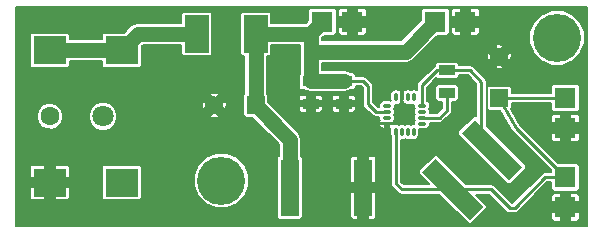
<source format=gtl>
G04 (created by PCBNEW (2013-07-07 BZR 4022)-stable) date 8/25/2014 11:10:48 PM*
%MOIN*%
G04 Gerber Fmt 3.4, Leading zero omitted, Abs format*
%FSLAX34Y34*%
G01*
G70*
G90*
G04 APERTURE LIST*
%ADD10C,0.00590551*%
%ADD11C,0.0590551*%
%ADD12R,0.0590551X0.0590551*%
%ADD13R,0.110236X0.0944882*%
%ADD14C,0.0629921*%
%ADD15C,0.0708661*%
%ADD16C,0.16*%
%ADD17R,0.0708661X0.0708661*%
%ADD18R,0.055X0.035*%
%ADD19O,0.011811X0.0295276*%
%ADD20O,0.0295276X0.011811*%
%ADD21R,0.0787402X0.125197*%
%ADD22R,0.0629921X0.188976*%
%ADD23C,0.035*%
%ADD24C,0.05*%
%ADD25C,0.01*%
%ADD26C,0.008*%
G04 APERTURE END LIST*
G54D10*
G54D11*
X82038Y-26854D03*
G54D12*
X83415Y-26854D03*
G54D13*
X78959Y-25019D03*
X76558Y-25019D03*
X76558Y-29428D03*
X78959Y-29428D03*
G54D14*
X76558Y-27224D03*
G54D15*
X78329Y-27224D03*
G54D11*
X91535Y-25236D03*
G54D12*
X91535Y-26614D03*
G54D16*
X93464Y-24606D03*
X82274Y-29360D03*
G54D17*
X93740Y-26614D03*
X93740Y-27614D03*
X93740Y-29251D03*
X93740Y-30251D03*
X85643Y-24067D03*
X86643Y-24067D03*
X89413Y-24067D03*
X90413Y-24067D03*
G54D18*
X89803Y-26437D03*
X89803Y-25687D03*
X85254Y-26049D03*
X85254Y-26799D03*
X86356Y-26049D03*
X86356Y-26799D03*
G54D17*
X88385Y-27165D03*
G54D19*
X88090Y-26584D03*
X88287Y-26584D03*
X88484Y-26584D03*
X88681Y-26584D03*
X88090Y-27746D03*
X88287Y-27746D03*
X88484Y-27746D03*
X88681Y-27746D03*
G54D20*
X88966Y-27460D03*
X88966Y-27263D03*
X88966Y-27066D03*
X88966Y-26870D03*
X87805Y-27460D03*
X87805Y-27263D03*
X87805Y-27066D03*
X87805Y-26870D03*
G54D10*
G36*
X90559Y-30674D02*
X88973Y-29087D01*
X89418Y-28642D01*
X91005Y-30229D01*
X90559Y-30674D01*
X90559Y-30674D01*
G37*
G36*
X91868Y-29366D02*
X90281Y-27779D01*
X90726Y-27333D01*
X92313Y-28920D01*
X91868Y-29366D01*
X91868Y-29366D01*
G37*
G54D21*
X81453Y-24475D03*
X83422Y-24475D03*
G54D22*
X86998Y-29595D03*
X84557Y-29595D03*
G54D23*
X84325Y-25470D03*
X87695Y-25835D03*
X87920Y-24125D03*
X82475Y-24435D03*
X77735Y-23955D03*
X85870Y-28195D03*
X77750Y-29410D03*
X79900Y-27210D03*
X89650Y-28010D03*
G54D24*
X85254Y-25060D02*
X88420Y-25060D01*
X88420Y-25060D02*
X89413Y-24067D01*
X83422Y-24475D02*
X85234Y-24475D01*
X85234Y-24475D02*
X85643Y-24067D01*
X84557Y-29595D02*
X84557Y-27995D01*
X84557Y-27995D02*
X83415Y-26854D01*
X85254Y-26049D02*
X85254Y-25060D01*
X85254Y-25060D02*
X85254Y-24455D01*
X85254Y-24455D02*
X85643Y-24067D01*
X83415Y-26854D02*
X83415Y-24481D01*
X83415Y-24481D02*
X83422Y-24475D01*
G54D25*
X87805Y-27066D02*
X87421Y-27066D01*
X86994Y-26049D02*
X86356Y-26049D01*
X87165Y-26220D02*
X86994Y-26049D01*
X87165Y-26811D02*
X87165Y-26220D01*
X87421Y-27066D02*
X87165Y-26811D01*
G54D24*
X85254Y-26049D02*
X86356Y-26049D01*
G54D25*
X93740Y-26614D02*
X92598Y-26614D01*
X92598Y-26614D02*
X91535Y-26614D01*
X89989Y-29658D02*
X91272Y-29658D01*
X93070Y-29251D02*
X93740Y-29251D01*
X92047Y-30275D02*
X93070Y-29251D01*
X91889Y-30275D02*
X92047Y-30275D01*
X91272Y-29658D02*
X91889Y-30275D01*
X91535Y-26614D02*
X92086Y-27598D01*
X92086Y-27598D02*
X93740Y-29251D01*
X88090Y-27746D02*
X88090Y-29468D01*
X88280Y-29658D02*
X89989Y-29658D01*
X88090Y-29468D02*
X88280Y-29658D01*
X88966Y-27263D02*
X89547Y-27263D01*
X89803Y-27007D02*
X89803Y-26437D01*
X89547Y-27263D02*
X89803Y-27007D01*
X89803Y-25687D02*
X90569Y-25687D01*
X90944Y-27997D02*
X91297Y-28349D01*
X90944Y-26062D02*
X90944Y-27997D01*
X90569Y-25687D02*
X90944Y-26062D01*
X88966Y-26870D02*
X88966Y-26190D01*
X89469Y-25687D02*
X89803Y-25687D01*
X88966Y-26190D02*
X89469Y-25687D01*
G54D24*
X76558Y-25019D02*
X78959Y-25019D01*
X78959Y-25019D02*
X79503Y-24475D01*
X79503Y-24475D02*
X81453Y-24475D01*
G54D10*
G36*
X94466Y-30883D02*
X94384Y-30883D01*
X94384Y-24424D01*
X94244Y-24085D01*
X93986Y-23826D01*
X93648Y-23686D01*
X93282Y-23686D01*
X92944Y-23825D01*
X92685Y-24084D01*
X92544Y-24422D01*
X92544Y-24788D01*
X92684Y-25126D01*
X92942Y-25385D01*
X93280Y-25526D01*
X93646Y-25526D01*
X93985Y-25386D01*
X94244Y-25128D01*
X94384Y-24790D01*
X94384Y-24424D01*
X94384Y-30883D01*
X94214Y-30883D01*
X94214Y-30582D01*
X94214Y-29921D01*
X94214Y-29582D01*
X94214Y-28873D01*
X94214Y-27944D01*
X94214Y-27283D01*
X94214Y-27235D01*
X94196Y-27191D01*
X94162Y-27158D01*
X94118Y-27139D01*
X93930Y-27139D01*
X93900Y-27169D01*
X93900Y-27454D01*
X94184Y-27454D01*
X94214Y-27424D01*
X94214Y-27283D01*
X94214Y-27944D01*
X94214Y-27804D01*
X94184Y-27774D01*
X93900Y-27774D01*
X93900Y-28058D01*
X93930Y-28088D01*
X94118Y-28088D01*
X94162Y-28070D01*
X94196Y-28036D01*
X94214Y-27992D01*
X94214Y-27944D01*
X94214Y-28873D01*
X94196Y-28829D01*
X94162Y-28795D01*
X94118Y-28777D01*
X94070Y-28777D01*
X93580Y-28777D01*
X93580Y-28058D01*
X93580Y-27774D01*
X93580Y-27454D01*
X93580Y-27169D01*
X93550Y-27139D01*
X93362Y-27139D01*
X93317Y-27158D01*
X93284Y-27191D01*
X93265Y-27235D01*
X93265Y-27283D01*
X93265Y-27424D01*
X93295Y-27454D01*
X93580Y-27454D01*
X93580Y-27774D01*
X93295Y-27774D01*
X93265Y-27804D01*
X93265Y-27944D01*
X93265Y-27992D01*
X93284Y-28036D01*
X93317Y-28070D01*
X93362Y-28088D01*
X93550Y-28088D01*
X93580Y-28058D01*
X93580Y-28777D01*
X93506Y-28777D01*
X92221Y-27492D01*
X91932Y-26976D01*
X91950Y-26933D01*
X91950Y-26885D01*
X91950Y-26784D01*
X92598Y-26784D01*
X93265Y-26784D01*
X93265Y-26992D01*
X93284Y-27036D01*
X93317Y-27070D01*
X93361Y-27088D01*
X93409Y-27088D01*
X94118Y-27088D01*
X94162Y-27070D01*
X94196Y-27036D01*
X94214Y-26992D01*
X94214Y-26944D01*
X94214Y-26236D01*
X94196Y-26191D01*
X94162Y-26158D01*
X94118Y-26139D01*
X94070Y-26139D01*
X93362Y-26139D01*
X93317Y-26158D01*
X93284Y-26191D01*
X93265Y-26235D01*
X93265Y-26283D01*
X93265Y-26444D01*
X92598Y-26444D01*
X91955Y-26444D01*
X91955Y-25185D01*
X91943Y-25122D01*
X91897Y-25082D01*
X91744Y-25236D01*
X91897Y-25389D01*
X91943Y-25350D01*
X91955Y-25185D01*
X91955Y-26444D01*
X91950Y-26444D01*
X91950Y-26295D01*
X91932Y-26251D01*
X91898Y-26217D01*
X91854Y-26198D01*
X91806Y-26198D01*
X91688Y-26198D01*
X91688Y-25598D01*
X91688Y-24873D01*
X91649Y-24828D01*
X91484Y-24815D01*
X91421Y-24828D01*
X91381Y-24873D01*
X91535Y-25027D01*
X91688Y-24873D01*
X91688Y-25598D01*
X91535Y-25445D01*
X91381Y-25598D01*
X91421Y-25644D01*
X91586Y-25656D01*
X91649Y-25644D01*
X91688Y-25598D01*
X91688Y-26198D01*
X91326Y-26198D01*
X91326Y-25236D01*
X91173Y-25082D01*
X91127Y-25122D01*
X91115Y-25287D01*
X91127Y-25350D01*
X91173Y-25389D01*
X91326Y-25236D01*
X91326Y-26198D01*
X91216Y-26198D01*
X91172Y-26217D01*
X91138Y-26250D01*
X91120Y-26294D01*
X91120Y-26342D01*
X91120Y-26933D01*
X91138Y-26977D01*
X91172Y-27011D01*
X91216Y-27029D01*
X91263Y-27029D01*
X91572Y-27029D01*
X91937Y-27681D01*
X91957Y-27705D01*
X91966Y-27718D01*
X93265Y-29018D01*
X93265Y-29081D01*
X93070Y-29081D01*
X93005Y-29094D01*
X92950Y-29131D01*
X91976Y-30105D01*
X91960Y-30105D01*
X91392Y-29538D01*
X91337Y-29501D01*
X91272Y-29488D01*
X90434Y-29488D01*
X89486Y-28540D01*
X89442Y-28522D01*
X89394Y-28522D01*
X89350Y-28540D01*
X89316Y-28574D01*
X88871Y-29019D01*
X88853Y-29063D01*
X88853Y-29111D01*
X88871Y-29155D01*
X88904Y-29189D01*
X89203Y-29488D01*
X88350Y-29488D01*
X88260Y-29398D01*
X88260Y-28013D01*
X88287Y-28018D01*
X88355Y-28005D01*
X88385Y-27985D01*
X88415Y-28005D01*
X88484Y-28018D01*
X88552Y-28005D01*
X88582Y-27985D01*
X88612Y-28005D01*
X88681Y-28018D01*
X88749Y-28005D01*
X88807Y-27966D01*
X88846Y-27908D01*
X88860Y-27839D01*
X88860Y-27652D01*
X88857Y-27636D01*
X88872Y-27639D01*
X89060Y-27639D01*
X89128Y-27626D01*
X89186Y-27587D01*
X89225Y-27529D01*
X89239Y-27460D01*
X89234Y-27433D01*
X89547Y-27433D01*
X89612Y-27420D01*
X89612Y-27420D01*
X89667Y-27383D01*
X89923Y-27128D01*
X89923Y-27128D01*
X89923Y-27128D01*
X89960Y-27072D01*
X89973Y-27007D01*
X89973Y-27007D01*
X89973Y-27007D01*
X89973Y-26733D01*
X90101Y-26733D01*
X90146Y-26714D01*
X90179Y-26681D01*
X90198Y-26636D01*
X90198Y-26589D01*
X90198Y-26239D01*
X90179Y-26195D01*
X90146Y-26161D01*
X90102Y-26143D01*
X90054Y-26142D01*
X89504Y-26142D01*
X89460Y-26161D01*
X89426Y-26194D01*
X89408Y-26239D01*
X89408Y-26286D01*
X89408Y-26636D01*
X89426Y-26680D01*
X89460Y-26714D01*
X89504Y-26732D01*
X89551Y-26733D01*
X89633Y-26733D01*
X89633Y-26937D01*
X89476Y-27093D01*
X89234Y-27093D01*
X89239Y-27066D01*
X89225Y-26998D01*
X89205Y-26968D01*
X89225Y-26938D01*
X89239Y-26870D01*
X89225Y-26801D01*
X89186Y-26743D01*
X89136Y-26709D01*
X89136Y-26261D01*
X89446Y-25951D01*
X89460Y-25964D01*
X89504Y-25982D01*
X89551Y-25983D01*
X90101Y-25983D01*
X90146Y-25964D01*
X90179Y-25931D01*
X90198Y-25886D01*
X90198Y-25857D01*
X90499Y-25857D01*
X90774Y-26133D01*
X90774Y-27223D01*
X90750Y-27213D01*
X90703Y-27213D01*
X90658Y-27232D01*
X90625Y-27265D01*
X90179Y-27711D01*
X90161Y-27755D01*
X90161Y-27803D01*
X90179Y-27847D01*
X90213Y-27880D01*
X91800Y-29467D01*
X91844Y-29486D01*
X91892Y-29486D01*
X91936Y-29467D01*
X91969Y-29434D01*
X92415Y-28988D01*
X92433Y-28944D01*
X92433Y-28896D01*
X92415Y-28852D01*
X92381Y-28818D01*
X91114Y-27552D01*
X91114Y-26062D01*
X91101Y-25997D01*
X91065Y-25942D01*
X91065Y-25942D01*
X90887Y-25765D01*
X90887Y-24445D01*
X90887Y-23688D01*
X90869Y-23644D01*
X90835Y-23610D01*
X90791Y-23592D01*
X90743Y-23592D01*
X90603Y-23592D01*
X90573Y-23622D01*
X90573Y-23907D01*
X90857Y-23907D01*
X90887Y-23877D01*
X90887Y-23688D01*
X90887Y-24445D01*
X90887Y-24257D01*
X90857Y-24227D01*
X90573Y-24227D01*
X90573Y-24511D01*
X90603Y-24541D01*
X90743Y-24541D01*
X90791Y-24541D01*
X90835Y-24523D01*
X90869Y-24489D01*
X90887Y-24445D01*
X90887Y-25765D01*
X90690Y-25567D01*
X90634Y-25530D01*
X90569Y-25517D01*
X90253Y-25517D01*
X90253Y-24511D01*
X90253Y-24227D01*
X90253Y-23907D01*
X90253Y-23622D01*
X90223Y-23592D01*
X90082Y-23592D01*
X90034Y-23592D01*
X89990Y-23610D01*
X89956Y-23644D01*
X89938Y-23688D01*
X89938Y-23877D01*
X89968Y-23907D01*
X90253Y-23907D01*
X90253Y-24227D01*
X89968Y-24227D01*
X89938Y-24257D01*
X89938Y-24445D01*
X89956Y-24489D01*
X89990Y-24523D01*
X90034Y-24541D01*
X90082Y-24541D01*
X90223Y-24541D01*
X90253Y-24511D01*
X90253Y-25517D01*
X90198Y-25517D01*
X90198Y-25489D01*
X90179Y-25445D01*
X90146Y-25411D01*
X90102Y-25393D01*
X90054Y-25392D01*
X89887Y-25392D01*
X89887Y-24397D01*
X89887Y-23688D01*
X89869Y-23644D01*
X89835Y-23610D01*
X89791Y-23592D01*
X89743Y-23592D01*
X89034Y-23592D01*
X88990Y-23610D01*
X88956Y-23644D01*
X88938Y-23688D01*
X88938Y-23736D01*
X88938Y-24018D01*
X88266Y-24690D01*
X87117Y-24690D01*
X87117Y-24445D01*
X87117Y-23688D01*
X87099Y-23644D01*
X87065Y-23610D01*
X87021Y-23592D01*
X86973Y-23592D01*
X86833Y-23592D01*
X86803Y-23622D01*
X86803Y-23907D01*
X87087Y-23907D01*
X87117Y-23877D01*
X87117Y-23688D01*
X87117Y-24445D01*
X87117Y-24257D01*
X87087Y-24227D01*
X86803Y-24227D01*
X86803Y-24511D01*
X86833Y-24541D01*
X86973Y-24541D01*
X87021Y-24541D01*
X87065Y-24523D01*
X87099Y-24489D01*
X87117Y-24445D01*
X87117Y-24690D01*
X86483Y-24690D01*
X86483Y-24511D01*
X86483Y-24227D01*
X86483Y-23907D01*
X86483Y-23622D01*
X86453Y-23592D01*
X86312Y-23592D01*
X86264Y-23592D01*
X86220Y-23610D01*
X86186Y-23644D01*
X86168Y-23688D01*
X86168Y-23877D01*
X86198Y-23907D01*
X86483Y-23907D01*
X86483Y-24227D01*
X86198Y-24227D01*
X86168Y-24257D01*
X86168Y-24445D01*
X86186Y-24489D01*
X86220Y-24523D01*
X86264Y-24541D01*
X86312Y-24541D01*
X86453Y-24541D01*
X86483Y-24511D01*
X86483Y-24690D01*
X85624Y-24690D01*
X85624Y-24608D01*
X85691Y-24541D01*
X86021Y-24541D01*
X86065Y-24523D01*
X86099Y-24489D01*
X86117Y-24445D01*
X86117Y-24397D01*
X86117Y-23688D01*
X86099Y-23644D01*
X86065Y-23610D01*
X86021Y-23592D01*
X85973Y-23592D01*
X85264Y-23592D01*
X85220Y-23610D01*
X85186Y-23644D01*
X85168Y-23688D01*
X85168Y-23736D01*
X85168Y-24018D01*
X85081Y-24105D01*
X85081Y-24105D01*
X83935Y-24105D01*
X83935Y-23825D01*
X83917Y-23781D01*
X83883Y-23747D01*
X83839Y-23729D01*
X83792Y-23729D01*
X83004Y-23729D01*
X82960Y-23747D01*
X82926Y-23781D01*
X82908Y-23825D01*
X82908Y-23873D01*
X82908Y-25125D01*
X82926Y-25169D01*
X82960Y-25203D01*
X83004Y-25221D01*
X83045Y-25221D01*
X83045Y-26464D01*
X83019Y-26491D01*
X83000Y-26535D01*
X83000Y-26582D01*
X83000Y-27173D01*
X83018Y-27217D01*
X83052Y-27251D01*
X83096Y-27269D01*
X83144Y-27269D01*
X83307Y-27269D01*
X84187Y-28148D01*
X84187Y-28543D01*
X84174Y-28548D01*
X84140Y-28582D01*
X84122Y-28626D01*
X84122Y-28674D01*
X84122Y-30563D01*
X84140Y-30608D01*
X84174Y-30641D01*
X84218Y-30660D01*
X84265Y-30660D01*
X84895Y-30660D01*
X84939Y-30641D01*
X84973Y-30608D01*
X84991Y-30564D01*
X84992Y-30516D01*
X84992Y-28626D01*
X84973Y-28582D01*
X84940Y-28548D01*
X84927Y-28543D01*
X84927Y-27995D01*
X84898Y-27853D01*
X84818Y-27733D01*
X83831Y-26746D01*
X83831Y-26535D01*
X83813Y-26491D01*
X83785Y-26464D01*
X83785Y-25221D01*
X83839Y-25221D01*
X83883Y-25203D01*
X83917Y-25169D01*
X83935Y-25125D01*
X83935Y-25077D01*
X83935Y-24845D01*
X84884Y-24845D01*
X84884Y-25060D01*
X84884Y-25800D01*
X84877Y-25806D01*
X84859Y-25851D01*
X84859Y-25898D01*
X84859Y-26248D01*
X84877Y-26292D01*
X84911Y-26326D01*
X84955Y-26344D01*
X85003Y-26344D01*
X85042Y-26344D01*
X85112Y-26391D01*
X85254Y-26419D01*
X86356Y-26419D01*
X86498Y-26391D01*
X86568Y-26344D01*
X86655Y-26344D01*
X86699Y-26326D01*
X86733Y-26293D01*
X86751Y-26248D01*
X86751Y-26219D01*
X86924Y-26219D01*
X86995Y-26290D01*
X86995Y-26811D01*
X87008Y-26876D01*
X87045Y-26931D01*
X87301Y-27187D01*
X87301Y-27187D01*
X87356Y-27223D01*
X87421Y-27236D01*
X87421Y-27236D01*
X87421Y-27236D01*
X87537Y-27236D01*
X87532Y-27263D01*
X87545Y-27332D01*
X87566Y-27363D01*
X87546Y-27403D01*
X87570Y-27431D01*
X87652Y-27431D01*
X87711Y-27442D01*
X87898Y-27442D01*
X87957Y-27431D01*
X88039Y-27431D01*
X88063Y-27403D01*
X88043Y-27363D01*
X88064Y-27332D01*
X88077Y-27263D01*
X88064Y-27195D01*
X88044Y-27165D01*
X88064Y-27135D01*
X88077Y-27066D01*
X88064Y-26998D01*
X88044Y-26968D01*
X88064Y-26938D01*
X88077Y-26870D01*
X88074Y-26854D01*
X88090Y-26857D01*
X88159Y-26843D01*
X88190Y-26822D01*
X88230Y-26843D01*
X88257Y-26819D01*
X88257Y-26737D01*
X88269Y-26678D01*
X88269Y-26490D01*
X88257Y-26431D01*
X88257Y-26349D01*
X88230Y-26326D01*
X88190Y-26346D01*
X88159Y-26325D01*
X88090Y-26311D01*
X88022Y-26325D01*
X87963Y-26364D01*
X87925Y-26422D01*
X87911Y-26490D01*
X87911Y-26678D01*
X87914Y-26694D01*
X87898Y-26691D01*
X87711Y-26691D01*
X87642Y-26704D01*
X87584Y-26743D01*
X87545Y-26801D01*
X87532Y-26870D01*
X87537Y-26896D01*
X87491Y-26896D01*
X87335Y-26740D01*
X87335Y-26220D01*
X87322Y-26155D01*
X87285Y-26100D01*
X87285Y-26100D01*
X87115Y-25929D01*
X87059Y-25892D01*
X86994Y-25879D01*
X86751Y-25879D01*
X86751Y-25851D01*
X86733Y-25807D01*
X86699Y-25773D01*
X86655Y-25754D01*
X86607Y-25754D01*
X86568Y-25754D01*
X86498Y-25708D01*
X86356Y-25679D01*
X85624Y-25679D01*
X85624Y-25430D01*
X88420Y-25430D01*
X88561Y-25401D01*
X88681Y-25321D01*
X89461Y-24541D01*
X89791Y-24541D01*
X89835Y-24523D01*
X89869Y-24489D01*
X89887Y-24445D01*
X89887Y-24397D01*
X89887Y-25392D01*
X89504Y-25392D01*
X89460Y-25411D01*
X89426Y-25444D01*
X89408Y-25489D01*
X89408Y-25530D01*
X89404Y-25530D01*
X89349Y-25567D01*
X89349Y-25567D01*
X88846Y-26070D01*
X88809Y-26125D01*
X88796Y-26190D01*
X88796Y-26356D01*
X88749Y-26325D01*
X88681Y-26311D01*
X88612Y-26325D01*
X88582Y-26345D01*
X88552Y-26325D01*
X88484Y-26311D01*
X88415Y-26325D01*
X88384Y-26346D01*
X88344Y-26326D01*
X88316Y-26349D01*
X88316Y-26431D01*
X88305Y-26490D01*
X88305Y-26678D01*
X88316Y-26737D01*
X88316Y-26819D01*
X88344Y-26843D01*
X88384Y-26822D01*
X88415Y-26843D01*
X88484Y-26857D01*
X88552Y-26843D01*
X88582Y-26823D01*
X88612Y-26843D01*
X88681Y-26857D01*
X88696Y-26854D01*
X88693Y-26870D01*
X88707Y-26938D01*
X88727Y-26968D01*
X88707Y-26998D01*
X88693Y-27066D01*
X88707Y-27135D01*
X88727Y-27165D01*
X88707Y-27195D01*
X88693Y-27263D01*
X88707Y-27332D01*
X88727Y-27362D01*
X88707Y-27392D01*
X88693Y-27460D01*
X88696Y-27476D01*
X88681Y-27473D01*
X88612Y-27486D01*
X88582Y-27506D01*
X88552Y-27486D01*
X88484Y-27473D01*
X88415Y-27486D01*
X88385Y-27506D01*
X88355Y-27486D01*
X88287Y-27473D01*
X88218Y-27486D01*
X88188Y-27506D01*
X88159Y-27486D01*
X88090Y-27473D01*
X88022Y-27486D01*
X88017Y-27490D01*
X87878Y-27490D01*
X87878Y-27612D01*
X87907Y-27642D01*
X87913Y-27641D01*
X87911Y-27652D01*
X87911Y-27839D01*
X87920Y-27885D01*
X87920Y-29468D01*
X87933Y-29533D01*
X87970Y-29588D01*
X88160Y-29778D01*
X88160Y-29778D01*
X88215Y-29815D01*
X88280Y-29828D01*
X89543Y-29828D01*
X90491Y-30776D01*
X90535Y-30794D01*
X90583Y-30794D01*
X90627Y-30776D01*
X90661Y-30742D01*
X91106Y-30297D01*
X91125Y-30253D01*
X91125Y-30205D01*
X91107Y-30161D01*
X91073Y-30127D01*
X90774Y-29828D01*
X91202Y-29828D01*
X91769Y-30395D01*
X91769Y-30395D01*
X91824Y-30432D01*
X91889Y-30445D01*
X92047Y-30445D01*
X92112Y-30432D01*
X92112Y-30432D01*
X92167Y-30395D01*
X93141Y-29421D01*
X93265Y-29421D01*
X93265Y-29630D01*
X93284Y-29674D01*
X93317Y-29707D01*
X93361Y-29726D01*
X93409Y-29726D01*
X94118Y-29726D01*
X94162Y-29708D01*
X94196Y-29674D01*
X94214Y-29630D01*
X94214Y-29582D01*
X94214Y-29921D01*
X94214Y-29873D01*
X94196Y-29829D01*
X94162Y-29795D01*
X94118Y-29777D01*
X93930Y-29777D01*
X93900Y-29807D01*
X93900Y-30091D01*
X94184Y-30091D01*
X94214Y-30061D01*
X94214Y-29921D01*
X94214Y-30582D01*
X94214Y-30441D01*
X94184Y-30411D01*
X93900Y-30411D01*
X93900Y-30696D01*
X93930Y-30726D01*
X94118Y-30726D01*
X94162Y-30708D01*
X94196Y-30674D01*
X94214Y-30630D01*
X94214Y-30582D01*
X94214Y-30883D01*
X93580Y-30883D01*
X93580Y-30696D01*
X93580Y-30411D01*
X93580Y-30091D01*
X93580Y-29807D01*
X93550Y-29777D01*
X93362Y-29777D01*
X93317Y-29795D01*
X93284Y-29829D01*
X93265Y-29873D01*
X93265Y-29921D01*
X93265Y-30061D01*
X93295Y-30091D01*
X93580Y-30091D01*
X93580Y-30411D01*
X93295Y-30411D01*
X93265Y-30441D01*
X93265Y-30582D01*
X93265Y-30630D01*
X93284Y-30674D01*
X93317Y-30708D01*
X93362Y-30726D01*
X93550Y-30726D01*
X93580Y-30696D01*
X93580Y-30883D01*
X87731Y-30883D01*
X87731Y-27612D01*
X87731Y-27490D01*
X87570Y-27490D01*
X87546Y-27517D01*
X87577Y-27579D01*
X87633Y-27623D01*
X87702Y-27642D01*
X87731Y-27612D01*
X87731Y-30883D01*
X87432Y-30883D01*
X87432Y-30516D01*
X87432Y-28674D01*
X87432Y-28626D01*
X87414Y-28582D01*
X87380Y-28548D01*
X87336Y-28530D01*
X87185Y-28530D01*
X87155Y-28560D01*
X87155Y-29435D01*
X87402Y-29435D01*
X87432Y-29405D01*
X87432Y-28674D01*
X87432Y-30516D01*
X87432Y-29785D01*
X87402Y-29755D01*
X87155Y-29755D01*
X87155Y-30630D01*
X87185Y-30660D01*
X87336Y-30660D01*
X87380Y-30641D01*
X87414Y-30608D01*
X87432Y-30564D01*
X87432Y-30516D01*
X87432Y-30883D01*
X86840Y-30883D01*
X86840Y-30630D01*
X86840Y-29755D01*
X86840Y-29435D01*
X86840Y-28560D01*
X86810Y-28530D01*
X86751Y-28530D01*
X86751Y-26998D01*
X86751Y-26601D01*
X86733Y-26557D01*
X86699Y-26523D01*
X86655Y-26504D01*
X86607Y-26504D01*
X86523Y-26504D01*
X86493Y-26534D01*
X86493Y-26712D01*
X86721Y-26712D01*
X86751Y-26682D01*
X86751Y-26601D01*
X86751Y-26998D01*
X86751Y-26917D01*
X86721Y-26887D01*
X86493Y-26887D01*
X86493Y-27064D01*
X86523Y-27094D01*
X86607Y-27094D01*
X86655Y-27094D01*
X86699Y-27076D01*
X86733Y-27042D01*
X86751Y-26998D01*
X86751Y-28530D01*
X86659Y-28530D01*
X86615Y-28548D01*
X86581Y-28582D01*
X86563Y-28626D01*
X86563Y-28674D01*
X86563Y-29405D01*
X86593Y-29435D01*
X86840Y-29435D01*
X86840Y-29755D01*
X86593Y-29755D01*
X86563Y-29785D01*
X86563Y-30516D01*
X86563Y-30564D01*
X86581Y-30608D01*
X86615Y-30641D01*
X86659Y-30660D01*
X86810Y-30660D01*
X86840Y-30630D01*
X86840Y-30883D01*
X86218Y-30883D01*
X86218Y-27064D01*
X86218Y-26887D01*
X86218Y-26712D01*
X86218Y-26534D01*
X86188Y-26504D01*
X86105Y-26504D01*
X86057Y-26504D01*
X86013Y-26523D01*
X85979Y-26557D01*
X85961Y-26601D01*
X85961Y-26682D01*
X85991Y-26712D01*
X86218Y-26712D01*
X86218Y-26887D01*
X85991Y-26887D01*
X85961Y-26917D01*
X85961Y-26998D01*
X85979Y-27042D01*
X86013Y-27076D01*
X86057Y-27094D01*
X86105Y-27094D01*
X86188Y-27094D01*
X86218Y-27064D01*
X86218Y-30883D01*
X85649Y-30883D01*
X85649Y-26998D01*
X85649Y-26601D01*
X85631Y-26557D01*
X85597Y-26523D01*
X85553Y-26504D01*
X85505Y-26504D01*
X85421Y-26504D01*
X85391Y-26534D01*
X85391Y-26712D01*
X85619Y-26712D01*
X85649Y-26682D01*
X85649Y-26601D01*
X85649Y-26998D01*
X85649Y-26917D01*
X85619Y-26887D01*
X85391Y-26887D01*
X85391Y-27064D01*
X85421Y-27094D01*
X85505Y-27094D01*
X85553Y-27094D01*
X85597Y-27076D01*
X85631Y-27042D01*
X85649Y-26998D01*
X85649Y-30883D01*
X85116Y-30883D01*
X85116Y-27064D01*
X85116Y-26887D01*
X85116Y-26712D01*
X85116Y-26534D01*
X85086Y-26504D01*
X85003Y-26504D01*
X84955Y-26504D01*
X84911Y-26523D01*
X84877Y-26557D01*
X84859Y-26601D01*
X84859Y-26682D01*
X84889Y-26712D01*
X85116Y-26712D01*
X85116Y-26887D01*
X84889Y-26887D01*
X84859Y-26917D01*
X84859Y-26998D01*
X84877Y-27042D01*
X84911Y-27076D01*
X84955Y-27094D01*
X85003Y-27094D01*
X85086Y-27094D01*
X85116Y-27064D01*
X85116Y-30883D01*
X83194Y-30883D01*
X83194Y-29177D01*
X83054Y-28839D01*
X82795Y-28580D01*
X82458Y-28440D01*
X82458Y-26803D01*
X82445Y-26740D01*
X82400Y-26700D01*
X82246Y-26854D01*
X82400Y-27007D01*
X82445Y-26968D01*
X82458Y-26803D01*
X82458Y-28440D01*
X82457Y-28440D01*
X82191Y-28439D01*
X82191Y-27216D01*
X82191Y-26492D01*
X82151Y-26446D01*
X81987Y-26434D01*
X81967Y-26437D01*
X81967Y-25077D01*
X81967Y-23825D01*
X81949Y-23781D01*
X81915Y-23747D01*
X81871Y-23729D01*
X81823Y-23729D01*
X81036Y-23729D01*
X80992Y-23747D01*
X80958Y-23781D01*
X80939Y-23825D01*
X80939Y-23873D01*
X80939Y-24105D01*
X79503Y-24105D01*
X79361Y-24133D01*
X79241Y-24213D01*
X79028Y-24426D01*
X78384Y-24426D01*
X78340Y-24445D01*
X78306Y-24478D01*
X78288Y-24522D01*
X78288Y-24570D01*
X78288Y-24649D01*
X77229Y-24649D01*
X77229Y-24523D01*
X77210Y-24478D01*
X77177Y-24445D01*
X77133Y-24426D01*
X77085Y-24426D01*
X75983Y-24426D01*
X75938Y-24445D01*
X75905Y-24478D01*
X75886Y-24522D01*
X75886Y-24570D01*
X75886Y-25515D01*
X75905Y-25559D01*
X75938Y-25593D01*
X75982Y-25611D01*
X76030Y-25611D01*
X77132Y-25611D01*
X77177Y-25593D01*
X77210Y-25559D01*
X77229Y-25515D01*
X77229Y-25467D01*
X77229Y-25389D01*
X78288Y-25389D01*
X78288Y-25515D01*
X78306Y-25559D01*
X78340Y-25593D01*
X78384Y-25611D01*
X78432Y-25611D01*
X79534Y-25611D01*
X79578Y-25593D01*
X79612Y-25559D01*
X79630Y-25515D01*
X79630Y-25467D01*
X79630Y-24871D01*
X79656Y-24845D01*
X80939Y-24845D01*
X80939Y-25125D01*
X80958Y-25169D01*
X80991Y-25203D01*
X81035Y-25221D01*
X81083Y-25221D01*
X81871Y-25221D01*
X81915Y-25203D01*
X81949Y-25169D01*
X81967Y-25125D01*
X81967Y-25077D01*
X81967Y-26437D01*
X81924Y-26446D01*
X81884Y-26492D01*
X82038Y-26645D01*
X82191Y-26492D01*
X82191Y-27216D01*
X82038Y-27063D01*
X81884Y-27216D01*
X81924Y-27262D01*
X82088Y-27274D01*
X82151Y-27262D01*
X82191Y-27216D01*
X82191Y-28439D01*
X82091Y-28439D01*
X81829Y-28548D01*
X81829Y-26854D01*
X81675Y-26700D01*
X81630Y-26740D01*
X81617Y-26905D01*
X81630Y-26968D01*
X81675Y-27007D01*
X81829Y-26854D01*
X81829Y-28548D01*
X81753Y-28579D01*
X81494Y-28838D01*
X81354Y-29176D01*
X81353Y-29542D01*
X81493Y-29880D01*
X81752Y-30139D01*
X82090Y-30279D01*
X82456Y-30280D01*
X82794Y-30140D01*
X83053Y-29881D01*
X83193Y-29543D01*
X83194Y-29177D01*
X83194Y-30883D01*
X79630Y-30883D01*
X79630Y-29877D01*
X79630Y-28932D01*
X79612Y-28888D01*
X79578Y-28854D01*
X79534Y-28836D01*
X79486Y-28836D01*
X78804Y-28836D01*
X78804Y-27130D01*
X78732Y-26955D01*
X78598Y-26822D01*
X78424Y-26749D01*
X78235Y-26749D01*
X78061Y-26821D01*
X77927Y-26954D01*
X77855Y-27129D01*
X77855Y-27317D01*
X77927Y-27492D01*
X78060Y-27625D01*
X78234Y-27698D01*
X78423Y-27698D01*
X78597Y-27626D01*
X78731Y-27493D01*
X78803Y-27318D01*
X78804Y-27130D01*
X78804Y-28836D01*
X78384Y-28836D01*
X78340Y-28854D01*
X78306Y-28888D01*
X78288Y-28932D01*
X78288Y-28980D01*
X78288Y-29924D01*
X78306Y-29969D01*
X78340Y-30002D01*
X78384Y-30021D01*
X78432Y-30021D01*
X79534Y-30021D01*
X79578Y-30002D01*
X79612Y-29969D01*
X79630Y-29925D01*
X79630Y-29877D01*
X79630Y-30883D01*
X77229Y-30883D01*
X77229Y-29877D01*
X77229Y-28980D01*
X77229Y-28932D01*
X77210Y-28888D01*
X77177Y-28854D01*
X77132Y-28836D01*
X76993Y-28836D01*
X76993Y-27137D01*
X76926Y-26977D01*
X76804Y-26855D01*
X76644Y-26789D01*
X76471Y-26788D01*
X76311Y-26855D01*
X76189Y-26977D01*
X76123Y-27137D01*
X76122Y-27310D01*
X76189Y-27470D01*
X76311Y-27592D01*
X76471Y-27658D01*
X76644Y-27659D01*
X76804Y-27592D01*
X76926Y-27470D01*
X76992Y-27310D01*
X76993Y-27137D01*
X76993Y-28836D01*
X76748Y-28836D01*
X76718Y-28866D01*
X76718Y-29268D01*
X77199Y-29268D01*
X77229Y-29238D01*
X77229Y-28980D01*
X77229Y-29877D01*
X77229Y-29618D01*
X77199Y-29588D01*
X76718Y-29588D01*
X76718Y-29991D01*
X76748Y-30021D01*
X77132Y-30021D01*
X77177Y-30002D01*
X77210Y-29969D01*
X77229Y-29925D01*
X77229Y-29877D01*
X77229Y-30883D01*
X76398Y-30883D01*
X76398Y-29991D01*
X76398Y-29588D01*
X76398Y-29268D01*
X76398Y-28866D01*
X76368Y-28836D01*
X75983Y-28836D01*
X75938Y-28854D01*
X75905Y-28888D01*
X75886Y-28932D01*
X75886Y-28980D01*
X75886Y-29238D01*
X75916Y-29268D01*
X76398Y-29268D01*
X76398Y-29588D01*
X75916Y-29588D01*
X75886Y-29618D01*
X75886Y-29877D01*
X75886Y-29925D01*
X75905Y-29969D01*
X75938Y-30002D01*
X75983Y-30021D01*
X76368Y-30021D01*
X76398Y-29991D01*
X76398Y-30883D01*
X75415Y-30883D01*
X75415Y-23564D01*
X94466Y-23564D01*
X94466Y-30883D01*
X94466Y-30883D01*
G37*
G54D26*
X94466Y-30883D02*
X94384Y-30883D01*
X94384Y-24424D01*
X94244Y-24085D01*
X93986Y-23826D01*
X93648Y-23686D01*
X93282Y-23686D01*
X92944Y-23825D01*
X92685Y-24084D01*
X92544Y-24422D01*
X92544Y-24788D01*
X92684Y-25126D01*
X92942Y-25385D01*
X93280Y-25526D01*
X93646Y-25526D01*
X93985Y-25386D01*
X94244Y-25128D01*
X94384Y-24790D01*
X94384Y-24424D01*
X94384Y-30883D01*
X94214Y-30883D01*
X94214Y-30582D01*
X94214Y-29921D01*
X94214Y-29582D01*
X94214Y-28873D01*
X94214Y-27944D01*
X94214Y-27283D01*
X94214Y-27235D01*
X94196Y-27191D01*
X94162Y-27158D01*
X94118Y-27139D01*
X93930Y-27139D01*
X93900Y-27169D01*
X93900Y-27454D01*
X94184Y-27454D01*
X94214Y-27424D01*
X94214Y-27283D01*
X94214Y-27944D01*
X94214Y-27804D01*
X94184Y-27774D01*
X93900Y-27774D01*
X93900Y-28058D01*
X93930Y-28088D01*
X94118Y-28088D01*
X94162Y-28070D01*
X94196Y-28036D01*
X94214Y-27992D01*
X94214Y-27944D01*
X94214Y-28873D01*
X94196Y-28829D01*
X94162Y-28795D01*
X94118Y-28777D01*
X94070Y-28777D01*
X93580Y-28777D01*
X93580Y-28058D01*
X93580Y-27774D01*
X93580Y-27454D01*
X93580Y-27169D01*
X93550Y-27139D01*
X93362Y-27139D01*
X93317Y-27158D01*
X93284Y-27191D01*
X93265Y-27235D01*
X93265Y-27283D01*
X93265Y-27424D01*
X93295Y-27454D01*
X93580Y-27454D01*
X93580Y-27774D01*
X93295Y-27774D01*
X93265Y-27804D01*
X93265Y-27944D01*
X93265Y-27992D01*
X93284Y-28036D01*
X93317Y-28070D01*
X93362Y-28088D01*
X93550Y-28088D01*
X93580Y-28058D01*
X93580Y-28777D01*
X93506Y-28777D01*
X92221Y-27492D01*
X91932Y-26976D01*
X91950Y-26933D01*
X91950Y-26885D01*
X91950Y-26784D01*
X92598Y-26784D01*
X93265Y-26784D01*
X93265Y-26992D01*
X93284Y-27036D01*
X93317Y-27070D01*
X93361Y-27088D01*
X93409Y-27088D01*
X94118Y-27088D01*
X94162Y-27070D01*
X94196Y-27036D01*
X94214Y-26992D01*
X94214Y-26944D01*
X94214Y-26236D01*
X94196Y-26191D01*
X94162Y-26158D01*
X94118Y-26139D01*
X94070Y-26139D01*
X93362Y-26139D01*
X93317Y-26158D01*
X93284Y-26191D01*
X93265Y-26235D01*
X93265Y-26283D01*
X93265Y-26444D01*
X92598Y-26444D01*
X91955Y-26444D01*
X91955Y-25185D01*
X91943Y-25122D01*
X91897Y-25082D01*
X91744Y-25236D01*
X91897Y-25389D01*
X91943Y-25350D01*
X91955Y-25185D01*
X91955Y-26444D01*
X91950Y-26444D01*
X91950Y-26295D01*
X91932Y-26251D01*
X91898Y-26217D01*
X91854Y-26198D01*
X91806Y-26198D01*
X91688Y-26198D01*
X91688Y-25598D01*
X91688Y-24873D01*
X91649Y-24828D01*
X91484Y-24815D01*
X91421Y-24828D01*
X91381Y-24873D01*
X91535Y-25027D01*
X91688Y-24873D01*
X91688Y-25598D01*
X91535Y-25445D01*
X91381Y-25598D01*
X91421Y-25644D01*
X91586Y-25656D01*
X91649Y-25644D01*
X91688Y-25598D01*
X91688Y-26198D01*
X91326Y-26198D01*
X91326Y-25236D01*
X91173Y-25082D01*
X91127Y-25122D01*
X91115Y-25287D01*
X91127Y-25350D01*
X91173Y-25389D01*
X91326Y-25236D01*
X91326Y-26198D01*
X91216Y-26198D01*
X91172Y-26217D01*
X91138Y-26250D01*
X91120Y-26294D01*
X91120Y-26342D01*
X91120Y-26933D01*
X91138Y-26977D01*
X91172Y-27011D01*
X91216Y-27029D01*
X91263Y-27029D01*
X91572Y-27029D01*
X91937Y-27681D01*
X91957Y-27705D01*
X91966Y-27718D01*
X93265Y-29018D01*
X93265Y-29081D01*
X93070Y-29081D01*
X93005Y-29094D01*
X92950Y-29131D01*
X91976Y-30105D01*
X91960Y-30105D01*
X91392Y-29538D01*
X91337Y-29501D01*
X91272Y-29488D01*
X90434Y-29488D01*
X89486Y-28540D01*
X89442Y-28522D01*
X89394Y-28522D01*
X89350Y-28540D01*
X89316Y-28574D01*
X88871Y-29019D01*
X88853Y-29063D01*
X88853Y-29111D01*
X88871Y-29155D01*
X88904Y-29189D01*
X89203Y-29488D01*
X88350Y-29488D01*
X88260Y-29398D01*
X88260Y-28013D01*
X88287Y-28018D01*
X88355Y-28005D01*
X88385Y-27985D01*
X88415Y-28005D01*
X88484Y-28018D01*
X88552Y-28005D01*
X88582Y-27985D01*
X88612Y-28005D01*
X88681Y-28018D01*
X88749Y-28005D01*
X88807Y-27966D01*
X88846Y-27908D01*
X88860Y-27839D01*
X88860Y-27652D01*
X88857Y-27636D01*
X88872Y-27639D01*
X89060Y-27639D01*
X89128Y-27626D01*
X89186Y-27587D01*
X89225Y-27529D01*
X89239Y-27460D01*
X89234Y-27433D01*
X89547Y-27433D01*
X89612Y-27420D01*
X89612Y-27420D01*
X89667Y-27383D01*
X89923Y-27128D01*
X89923Y-27128D01*
X89923Y-27128D01*
X89960Y-27072D01*
X89973Y-27007D01*
X89973Y-27007D01*
X89973Y-27007D01*
X89973Y-26733D01*
X90101Y-26733D01*
X90146Y-26714D01*
X90179Y-26681D01*
X90198Y-26636D01*
X90198Y-26589D01*
X90198Y-26239D01*
X90179Y-26195D01*
X90146Y-26161D01*
X90102Y-26143D01*
X90054Y-26142D01*
X89504Y-26142D01*
X89460Y-26161D01*
X89426Y-26194D01*
X89408Y-26239D01*
X89408Y-26286D01*
X89408Y-26636D01*
X89426Y-26680D01*
X89460Y-26714D01*
X89504Y-26732D01*
X89551Y-26733D01*
X89633Y-26733D01*
X89633Y-26937D01*
X89476Y-27093D01*
X89234Y-27093D01*
X89239Y-27066D01*
X89225Y-26998D01*
X89205Y-26968D01*
X89225Y-26938D01*
X89239Y-26870D01*
X89225Y-26801D01*
X89186Y-26743D01*
X89136Y-26709D01*
X89136Y-26261D01*
X89446Y-25951D01*
X89460Y-25964D01*
X89504Y-25982D01*
X89551Y-25983D01*
X90101Y-25983D01*
X90146Y-25964D01*
X90179Y-25931D01*
X90198Y-25886D01*
X90198Y-25857D01*
X90499Y-25857D01*
X90774Y-26133D01*
X90774Y-27223D01*
X90750Y-27213D01*
X90703Y-27213D01*
X90658Y-27232D01*
X90625Y-27265D01*
X90179Y-27711D01*
X90161Y-27755D01*
X90161Y-27803D01*
X90179Y-27847D01*
X90213Y-27880D01*
X91800Y-29467D01*
X91844Y-29486D01*
X91892Y-29486D01*
X91936Y-29467D01*
X91969Y-29434D01*
X92415Y-28988D01*
X92433Y-28944D01*
X92433Y-28896D01*
X92415Y-28852D01*
X92381Y-28818D01*
X91114Y-27552D01*
X91114Y-26062D01*
X91101Y-25997D01*
X91065Y-25942D01*
X91065Y-25942D01*
X90887Y-25765D01*
X90887Y-24445D01*
X90887Y-23688D01*
X90869Y-23644D01*
X90835Y-23610D01*
X90791Y-23592D01*
X90743Y-23592D01*
X90603Y-23592D01*
X90573Y-23622D01*
X90573Y-23907D01*
X90857Y-23907D01*
X90887Y-23877D01*
X90887Y-23688D01*
X90887Y-24445D01*
X90887Y-24257D01*
X90857Y-24227D01*
X90573Y-24227D01*
X90573Y-24511D01*
X90603Y-24541D01*
X90743Y-24541D01*
X90791Y-24541D01*
X90835Y-24523D01*
X90869Y-24489D01*
X90887Y-24445D01*
X90887Y-25765D01*
X90690Y-25567D01*
X90634Y-25530D01*
X90569Y-25517D01*
X90253Y-25517D01*
X90253Y-24511D01*
X90253Y-24227D01*
X90253Y-23907D01*
X90253Y-23622D01*
X90223Y-23592D01*
X90082Y-23592D01*
X90034Y-23592D01*
X89990Y-23610D01*
X89956Y-23644D01*
X89938Y-23688D01*
X89938Y-23877D01*
X89968Y-23907D01*
X90253Y-23907D01*
X90253Y-24227D01*
X89968Y-24227D01*
X89938Y-24257D01*
X89938Y-24445D01*
X89956Y-24489D01*
X89990Y-24523D01*
X90034Y-24541D01*
X90082Y-24541D01*
X90223Y-24541D01*
X90253Y-24511D01*
X90253Y-25517D01*
X90198Y-25517D01*
X90198Y-25489D01*
X90179Y-25445D01*
X90146Y-25411D01*
X90102Y-25393D01*
X90054Y-25392D01*
X89887Y-25392D01*
X89887Y-24397D01*
X89887Y-23688D01*
X89869Y-23644D01*
X89835Y-23610D01*
X89791Y-23592D01*
X89743Y-23592D01*
X89034Y-23592D01*
X88990Y-23610D01*
X88956Y-23644D01*
X88938Y-23688D01*
X88938Y-23736D01*
X88938Y-24018D01*
X88266Y-24690D01*
X87117Y-24690D01*
X87117Y-24445D01*
X87117Y-23688D01*
X87099Y-23644D01*
X87065Y-23610D01*
X87021Y-23592D01*
X86973Y-23592D01*
X86833Y-23592D01*
X86803Y-23622D01*
X86803Y-23907D01*
X87087Y-23907D01*
X87117Y-23877D01*
X87117Y-23688D01*
X87117Y-24445D01*
X87117Y-24257D01*
X87087Y-24227D01*
X86803Y-24227D01*
X86803Y-24511D01*
X86833Y-24541D01*
X86973Y-24541D01*
X87021Y-24541D01*
X87065Y-24523D01*
X87099Y-24489D01*
X87117Y-24445D01*
X87117Y-24690D01*
X86483Y-24690D01*
X86483Y-24511D01*
X86483Y-24227D01*
X86483Y-23907D01*
X86483Y-23622D01*
X86453Y-23592D01*
X86312Y-23592D01*
X86264Y-23592D01*
X86220Y-23610D01*
X86186Y-23644D01*
X86168Y-23688D01*
X86168Y-23877D01*
X86198Y-23907D01*
X86483Y-23907D01*
X86483Y-24227D01*
X86198Y-24227D01*
X86168Y-24257D01*
X86168Y-24445D01*
X86186Y-24489D01*
X86220Y-24523D01*
X86264Y-24541D01*
X86312Y-24541D01*
X86453Y-24541D01*
X86483Y-24511D01*
X86483Y-24690D01*
X85624Y-24690D01*
X85624Y-24608D01*
X85691Y-24541D01*
X86021Y-24541D01*
X86065Y-24523D01*
X86099Y-24489D01*
X86117Y-24445D01*
X86117Y-24397D01*
X86117Y-23688D01*
X86099Y-23644D01*
X86065Y-23610D01*
X86021Y-23592D01*
X85973Y-23592D01*
X85264Y-23592D01*
X85220Y-23610D01*
X85186Y-23644D01*
X85168Y-23688D01*
X85168Y-23736D01*
X85168Y-24018D01*
X85081Y-24105D01*
X85081Y-24105D01*
X83935Y-24105D01*
X83935Y-23825D01*
X83917Y-23781D01*
X83883Y-23747D01*
X83839Y-23729D01*
X83792Y-23729D01*
X83004Y-23729D01*
X82960Y-23747D01*
X82926Y-23781D01*
X82908Y-23825D01*
X82908Y-23873D01*
X82908Y-25125D01*
X82926Y-25169D01*
X82960Y-25203D01*
X83004Y-25221D01*
X83045Y-25221D01*
X83045Y-26464D01*
X83019Y-26491D01*
X83000Y-26535D01*
X83000Y-26582D01*
X83000Y-27173D01*
X83018Y-27217D01*
X83052Y-27251D01*
X83096Y-27269D01*
X83144Y-27269D01*
X83307Y-27269D01*
X84187Y-28148D01*
X84187Y-28543D01*
X84174Y-28548D01*
X84140Y-28582D01*
X84122Y-28626D01*
X84122Y-28674D01*
X84122Y-30563D01*
X84140Y-30608D01*
X84174Y-30641D01*
X84218Y-30660D01*
X84265Y-30660D01*
X84895Y-30660D01*
X84939Y-30641D01*
X84973Y-30608D01*
X84991Y-30564D01*
X84992Y-30516D01*
X84992Y-28626D01*
X84973Y-28582D01*
X84940Y-28548D01*
X84927Y-28543D01*
X84927Y-27995D01*
X84898Y-27853D01*
X84818Y-27733D01*
X83831Y-26746D01*
X83831Y-26535D01*
X83813Y-26491D01*
X83785Y-26464D01*
X83785Y-25221D01*
X83839Y-25221D01*
X83883Y-25203D01*
X83917Y-25169D01*
X83935Y-25125D01*
X83935Y-25077D01*
X83935Y-24845D01*
X84884Y-24845D01*
X84884Y-25060D01*
X84884Y-25800D01*
X84877Y-25806D01*
X84859Y-25851D01*
X84859Y-25898D01*
X84859Y-26248D01*
X84877Y-26292D01*
X84911Y-26326D01*
X84955Y-26344D01*
X85003Y-26344D01*
X85042Y-26344D01*
X85112Y-26391D01*
X85254Y-26419D01*
X86356Y-26419D01*
X86498Y-26391D01*
X86568Y-26344D01*
X86655Y-26344D01*
X86699Y-26326D01*
X86733Y-26293D01*
X86751Y-26248D01*
X86751Y-26219D01*
X86924Y-26219D01*
X86995Y-26290D01*
X86995Y-26811D01*
X87008Y-26876D01*
X87045Y-26931D01*
X87301Y-27187D01*
X87301Y-27187D01*
X87356Y-27223D01*
X87421Y-27236D01*
X87421Y-27236D01*
X87421Y-27236D01*
X87537Y-27236D01*
X87532Y-27263D01*
X87545Y-27332D01*
X87566Y-27363D01*
X87546Y-27403D01*
X87570Y-27431D01*
X87652Y-27431D01*
X87711Y-27442D01*
X87898Y-27442D01*
X87957Y-27431D01*
X88039Y-27431D01*
X88063Y-27403D01*
X88043Y-27363D01*
X88064Y-27332D01*
X88077Y-27263D01*
X88064Y-27195D01*
X88044Y-27165D01*
X88064Y-27135D01*
X88077Y-27066D01*
X88064Y-26998D01*
X88044Y-26968D01*
X88064Y-26938D01*
X88077Y-26870D01*
X88074Y-26854D01*
X88090Y-26857D01*
X88159Y-26843D01*
X88190Y-26822D01*
X88230Y-26843D01*
X88257Y-26819D01*
X88257Y-26737D01*
X88269Y-26678D01*
X88269Y-26490D01*
X88257Y-26431D01*
X88257Y-26349D01*
X88230Y-26326D01*
X88190Y-26346D01*
X88159Y-26325D01*
X88090Y-26311D01*
X88022Y-26325D01*
X87963Y-26364D01*
X87925Y-26422D01*
X87911Y-26490D01*
X87911Y-26678D01*
X87914Y-26694D01*
X87898Y-26691D01*
X87711Y-26691D01*
X87642Y-26704D01*
X87584Y-26743D01*
X87545Y-26801D01*
X87532Y-26870D01*
X87537Y-26896D01*
X87491Y-26896D01*
X87335Y-26740D01*
X87335Y-26220D01*
X87322Y-26155D01*
X87285Y-26100D01*
X87285Y-26100D01*
X87115Y-25929D01*
X87059Y-25892D01*
X86994Y-25879D01*
X86751Y-25879D01*
X86751Y-25851D01*
X86733Y-25807D01*
X86699Y-25773D01*
X86655Y-25754D01*
X86607Y-25754D01*
X86568Y-25754D01*
X86498Y-25708D01*
X86356Y-25679D01*
X85624Y-25679D01*
X85624Y-25430D01*
X88420Y-25430D01*
X88561Y-25401D01*
X88681Y-25321D01*
X89461Y-24541D01*
X89791Y-24541D01*
X89835Y-24523D01*
X89869Y-24489D01*
X89887Y-24445D01*
X89887Y-24397D01*
X89887Y-25392D01*
X89504Y-25392D01*
X89460Y-25411D01*
X89426Y-25444D01*
X89408Y-25489D01*
X89408Y-25530D01*
X89404Y-25530D01*
X89349Y-25567D01*
X89349Y-25567D01*
X88846Y-26070D01*
X88809Y-26125D01*
X88796Y-26190D01*
X88796Y-26356D01*
X88749Y-26325D01*
X88681Y-26311D01*
X88612Y-26325D01*
X88582Y-26345D01*
X88552Y-26325D01*
X88484Y-26311D01*
X88415Y-26325D01*
X88384Y-26346D01*
X88344Y-26326D01*
X88316Y-26349D01*
X88316Y-26431D01*
X88305Y-26490D01*
X88305Y-26678D01*
X88316Y-26737D01*
X88316Y-26819D01*
X88344Y-26843D01*
X88384Y-26822D01*
X88415Y-26843D01*
X88484Y-26857D01*
X88552Y-26843D01*
X88582Y-26823D01*
X88612Y-26843D01*
X88681Y-26857D01*
X88696Y-26854D01*
X88693Y-26870D01*
X88707Y-26938D01*
X88727Y-26968D01*
X88707Y-26998D01*
X88693Y-27066D01*
X88707Y-27135D01*
X88727Y-27165D01*
X88707Y-27195D01*
X88693Y-27263D01*
X88707Y-27332D01*
X88727Y-27362D01*
X88707Y-27392D01*
X88693Y-27460D01*
X88696Y-27476D01*
X88681Y-27473D01*
X88612Y-27486D01*
X88582Y-27506D01*
X88552Y-27486D01*
X88484Y-27473D01*
X88415Y-27486D01*
X88385Y-27506D01*
X88355Y-27486D01*
X88287Y-27473D01*
X88218Y-27486D01*
X88188Y-27506D01*
X88159Y-27486D01*
X88090Y-27473D01*
X88022Y-27486D01*
X88017Y-27490D01*
X87878Y-27490D01*
X87878Y-27612D01*
X87907Y-27642D01*
X87913Y-27641D01*
X87911Y-27652D01*
X87911Y-27839D01*
X87920Y-27885D01*
X87920Y-29468D01*
X87933Y-29533D01*
X87970Y-29588D01*
X88160Y-29778D01*
X88160Y-29778D01*
X88215Y-29815D01*
X88280Y-29828D01*
X89543Y-29828D01*
X90491Y-30776D01*
X90535Y-30794D01*
X90583Y-30794D01*
X90627Y-30776D01*
X90661Y-30742D01*
X91106Y-30297D01*
X91125Y-30253D01*
X91125Y-30205D01*
X91107Y-30161D01*
X91073Y-30127D01*
X90774Y-29828D01*
X91202Y-29828D01*
X91769Y-30395D01*
X91769Y-30395D01*
X91824Y-30432D01*
X91889Y-30445D01*
X92047Y-30445D01*
X92112Y-30432D01*
X92112Y-30432D01*
X92167Y-30395D01*
X93141Y-29421D01*
X93265Y-29421D01*
X93265Y-29630D01*
X93284Y-29674D01*
X93317Y-29707D01*
X93361Y-29726D01*
X93409Y-29726D01*
X94118Y-29726D01*
X94162Y-29708D01*
X94196Y-29674D01*
X94214Y-29630D01*
X94214Y-29582D01*
X94214Y-29921D01*
X94214Y-29873D01*
X94196Y-29829D01*
X94162Y-29795D01*
X94118Y-29777D01*
X93930Y-29777D01*
X93900Y-29807D01*
X93900Y-30091D01*
X94184Y-30091D01*
X94214Y-30061D01*
X94214Y-29921D01*
X94214Y-30582D01*
X94214Y-30441D01*
X94184Y-30411D01*
X93900Y-30411D01*
X93900Y-30696D01*
X93930Y-30726D01*
X94118Y-30726D01*
X94162Y-30708D01*
X94196Y-30674D01*
X94214Y-30630D01*
X94214Y-30582D01*
X94214Y-30883D01*
X93580Y-30883D01*
X93580Y-30696D01*
X93580Y-30411D01*
X93580Y-30091D01*
X93580Y-29807D01*
X93550Y-29777D01*
X93362Y-29777D01*
X93317Y-29795D01*
X93284Y-29829D01*
X93265Y-29873D01*
X93265Y-29921D01*
X93265Y-30061D01*
X93295Y-30091D01*
X93580Y-30091D01*
X93580Y-30411D01*
X93295Y-30411D01*
X93265Y-30441D01*
X93265Y-30582D01*
X93265Y-30630D01*
X93284Y-30674D01*
X93317Y-30708D01*
X93362Y-30726D01*
X93550Y-30726D01*
X93580Y-30696D01*
X93580Y-30883D01*
X87731Y-30883D01*
X87731Y-27612D01*
X87731Y-27490D01*
X87570Y-27490D01*
X87546Y-27517D01*
X87577Y-27579D01*
X87633Y-27623D01*
X87702Y-27642D01*
X87731Y-27612D01*
X87731Y-30883D01*
X87432Y-30883D01*
X87432Y-30516D01*
X87432Y-28674D01*
X87432Y-28626D01*
X87414Y-28582D01*
X87380Y-28548D01*
X87336Y-28530D01*
X87185Y-28530D01*
X87155Y-28560D01*
X87155Y-29435D01*
X87402Y-29435D01*
X87432Y-29405D01*
X87432Y-28674D01*
X87432Y-30516D01*
X87432Y-29785D01*
X87402Y-29755D01*
X87155Y-29755D01*
X87155Y-30630D01*
X87185Y-30660D01*
X87336Y-30660D01*
X87380Y-30641D01*
X87414Y-30608D01*
X87432Y-30564D01*
X87432Y-30516D01*
X87432Y-30883D01*
X86840Y-30883D01*
X86840Y-30630D01*
X86840Y-29755D01*
X86840Y-29435D01*
X86840Y-28560D01*
X86810Y-28530D01*
X86751Y-28530D01*
X86751Y-26998D01*
X86751Y-26601D01*
X86733Y-26557D01*
X86699Y-26523D01*
X86655Y-26504D01*
X86607Y-26504D01*
X86523Y-26504D01*
X86493Y-26534D01*
X86493Y-26712D01*
X86721Y-26712D01*
X86751Y-26682D01*
X86751Y-26601D01*
X86751Y-26998D01*
X86751Y-26917D01*
X86721Y-26887D01*
X86493Y-26887D01*
X86493Y-27064D01*
X86523Y-27094D01*
X86607Y-27094D01*
X86655Y-27094D01*
X86699Y-27076D01*
X86733Y-27042D01*
X86751Y-26998D01*
X86751Y-28530D01*
X86659Y-28530D01*
X86615Y-28548D01*
X86581Y-28582D01*
X86563Y-28626D01*
X86563Y-28674D01*
X86563Y-29405D01*
X86593Y-29435D01*
X86840Y-29435D01*
X86840Y-29755D01*
X86593Y-29755D01*
X86563Y-29785D01*
X86563Y-30516D01*
X86563Y-30564D01*
X86581Y-30608D01*
X86615Y-30641D01*
X86659Y-30660D01*
X86810Y-30660D01*
X86840Y-30630D01*
X86840Y-30883D01*
X86218Y-30883D01*
X86218Y-27064D01*
X86218Y-26887D01*
X86218Y-26712D01*
X86218Y-26534D01*
X86188Y-26504D01*
X86105Y-26504D01*
X86057Y-26504D01*
X86013Y-26523D01*
X85979Y-26557D01*
X85961Y-26601D01*
X85961Y-26682D01*
X85991Y-26712D01*
X86218Y-26712D01*
X86218Y-26887D01*
X85991Y-26887D01*
X85961Y-26917D01*
X85961Y-26998D01*
X85979Y-27042D01*
X86013Y-27076D01*
X86057Y-27094D01*
X86105Y-27094D01*
X86188Y-27094D01*
X86218Y-27064D01*
X86218Y-30883D01*
X85649Y-30883D01*
X85649Y-26998D01*
X85649Y-26601D01*
X85631Y-26557D01*
X85597Y-26523D01*
X85553Y-26504D01*
X85505Y-26504D01*
X85421Y-26504D01*
X85391Y-26534D01*
X85391Y-26712D01*
X85619Y-26712D01*
X85649Y-26682D01*
X85649Y-26601D01*
X85649Y-26998D01*
X85649Y-26917D01*
X85619Y-26887D01*
X85391Y-26887D01*
X85391Y-27064D01*
X85421Y-27094D01*
X85505Y-27094D01*
X85553Y-27094D01*
X85597Y-27076D01*
X85631Y-27042D01*
X85649Y-26998D01*
X85649Y-30883D01*
X85116Y-30883D01*
X85116Y-27064D01*
X85116Y-26887D01*
X85116Y-26712D01*
X85116Y-26534D01*
X85086Y-26504D01*
X85003Y-26504D01*
X84955Y-26504D01*
X84911Y-26523D01*
X84877Y-26557D01*
X84859Y-26601D01*
X84859Y-26682D01*
X84889Y-26712D01*
X85116Y-26712D01*
X85116Y-26887D01*
X84889Y-26887D01*
X84859Y-26917D01*
X84859Y-26998D01*
X84877Y-27042D01*
X84911Y-27076D01*
X84955Y-27094D01*
X85003Y-27094D01*
X85086Y-27094D01*
X85116Y-27064D01*
X85116Y-30883D01*
X83194Y-30883D01*
X83194Y-29177D01*
X83054Y-28839D01*
X82795Y-28580D01*
X82458Y-28440D01*
X82458Y-26803D01*
X82445Y-26740D01*
X82400Y-26700D01*
X82246Y-26854D01*
X82400Y-27007D01*
X82445Y-26968D01*
X82458Y-26803D01*
X82458Y-28440D01*
X82457Y-28440D01*
X82191Y-28439D01*
X82191Y-27216D01*
X82191Y-26492D01*
X82151Y-26446D01*
X81987Y-26434D01*
X81967Y-26437D01*
X81967Y-25077D01*
X81967Y-23825D01*
X81949Y-23781D01*
X81915Y-23747D01*
X81871Y-23729D01*
X81823Y-23729D01*
X81036Y-23729D01*
X80992Y-23747D01*
X80958Y-23781D01*
X80939Y-23825D01*
X80939Y-23873D01*
X80939Y-24105D01*
X79503Y-24105D01*
X79361Y-24133D01*
X79241Y-24213D01*
X79028Y-24426D01*
X78384Y-24426D01*
X78340Y-24445D01*
X78306Y-24478D01*
X78288Y-24522D01*
X78288Y-24570D01*
X78288Y-24649D01*
X77229Y-24649D01*
X77229Y-24523D01*
X77210Y-24478D01*
X77177Y-24445D01*
X77133Y-24426D01*
X77085Y-24426D01*
X75983Y-24426D01*
X75938Y-24445D01*
X75905Y-24478D01*
X75886Y-24522D01*
X75886Y-24570D01*
X75886Y-25515D01*
X75905Y-25559D01*
X75938Y-25593D01*
X75982Y-25611D01*
X76030Y-25611D01*
X77132Y-25611D01*
X77177Y-25593D01*
X77210Y-25559D01*
X77229Y-25515D01*
X77229Y-25467D01*
X77229Y-25389D01*
X78288Y-25389D01*
X78288Y-25515D01*
X78306Y-25559D01*
X78340Y-25593D01*
X78384Y-25611D01*
X78432Y-25611D01*
X79534Y-25611D01*
X79578Y-25593D01*
X79612Y-25559D01*
X79630Y-25515D01*
X79630Y-25467D01*
X79630Y-24871D01*
X79656Y-24845D01*
X80939Y-24845D01*
X80939Y-25125D01*
X80958Y-25169D01*
X80991Y-25203D01*
X81035Y-25221D01*
X81083Y-25221D01*
X81871Y-25221D01*
X81915Y-25203D01*
X81949Y-25169D01*
X81967Y-25125D01*
X81967Y-25077D01*
X81967Y-26437D01*
X81924Y-26446D01*
X81884Y-26492D01*
X82038Y-26645D01*
X82191Y-26492D01*
X82191Y-27216D01*
X82038Y-27063D01*
X81884Y-27216D01*
X81924Y-27262D01*
X82088Y-27274D01*
X82151Y-27262D01*
X82191Y-27216D01*
X82191Y-28439D01*
X82091Y-28439D01*
X81829Y-28548D01*
X81829Y-26854D01*
X81675Y-26700D01*
X81630Y-26740D01*
X81617Y-26905D01*
X81630Y-26968D01*
X81675Y-27007D01*
X81829Y-26854D01*
X81829Y-28548D01*
X81753Y-28579D01*
X81494Y-28838D01*
X81354Y-29176D01*
X81353Y-29542D01*
X81493Y-29880D01*
X81752Y-30139D01*
X82090Y-30279D01*
X82456Y-30280D01*
X82794Y-30140D01*
X83053Y-29881D01*
X83193Y-29543D01*
X83194Y-29177D01*
X83194Y-30883D01*
X79630Y-30883D01*
X79630Y-29877D01*
X79630Y-28932D01*
X79612Y-28888D01*
X79578Y-28854D01*
X79534Y-28836D01*
X79486Y-28836D01*
X78804Y-28836D01*
X78804Y-27130D01*
X78732Y-26955D01*
X78598Y-26822D01*
X78424Y-26749D01*
X78235Y-26749D01*
X78061Y-26821D01*
X77927Y-26954D01*
X77855Y-27129D01*
X77855Y-27317D01*
X77927Y-27492D01*
X78060Y-27625D01*
X78234Y-27698D01*
X78423Y-27698D01*
X78597Y-27626D01*
X78731Y-27493D01*
X78803Y-27318D01*
X78804Y-27130D01*
X78804Y-28836D01*
X78384Y-28836D01*
X78340Y-28854D01*
X78306Y-28888D01*
X78288Y-28932D01*
X78288Y-28980D01*
X78288Y-29924D01*
X78306Y-29969D01*
X78340Y-30002D01*
X78384Y-30021D01*
X78432Y-30021D01*
X79534Y-30021D01*
X79578Y-30002D01*
X79612Y-29969D01*
X79630Y-29925D01*
X79630Y-29877D01*
X79630Y-30883D01*
X77229Y-30883D01*
X77229Y-29877D01*
X77229Y-28980D01*
X77229Y-28932D01*
X77210Y-28888D01*
X77177Y-28854D01*
X77132Y-28836D01*
X76993Y-28836D01*
X76993Y-27137D01*
X76926Y-26977D01*
X76804Y-26855D01*
X76644Y-26789D01*
X76471Y-26788D01*
X76311Y-26855D01*
X76189Y-26977D01*
X76123Y-27137D01*
X76122Y-27310D01*
X76189Y-27470D01*
X76311Y-27592D01*
X76471Y-27658D01*
X76644Y-27659D01*
X76804Y-27592D01*
X76926Y-27470D01*
X76992Y-27310D01*
X76993Y-27137D01*
X76993Y-28836D01*
X76748Y-28836D01*
X76718Y-28866D01*
X76718Y-29268D01*
X77199Y-29268D01*
X77229Y-29238D01*
X77229Y-28980D01*
X77229Y-29877D01*
X77229Y-29618D01*
X77199Y-29588D01*
X76718Y-29588D01*
X76718Y-29991D01*
X76748Y-30021D01*
X77132Y-30021D01*
X77177Y-30002D01*
X77210Y-29969D01*
X77229Y-29925D01*
X77229Y-29877D01*
X77229Y-30883D01*
X76398Y-30883D01*
X76398Y-29991D01*
X76398Y-29588D01*
X76398Y-29268D01*
X76398Y-28866D01*
X76368Y-28836D01*
X75983Y-28836D01*
X75938Y-28854D01*
X75905Y-28888D01*
X75886Y-28932D01*
X75886Y-28980D01*
X75886Y-29238D01*
X75916Y-29268D01*
X76398Y-29268D01*
X76398Y-29588D01*
X75916Y-29588D01*
X75886Y-29618D01*
X75886Y-29877D01*
X75886Y-29925D01*
X75905Y-29969D01*
X75938Y-30002D01*
X75983Y-30021D01*
X76368Y-30021D01*
X76398Y-29991D01*
X76398Y-30883D01*
X75415Y-30883D01*
X75415Y-23564D01*
X94466Y-23564D01*
X94466Y-30883D01*
M02*

</source>
